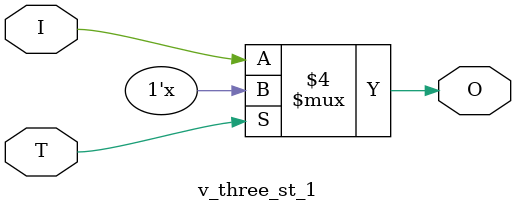
<source format=v>
module v_three_st_1 (T, I, O);
    input  T, I;
    output O;
    reg    O;

    always @(T or I)
    begin
        if (~T)
            O = I;
        else
            O = 1'bZ;
    end

endmodule

</source>
